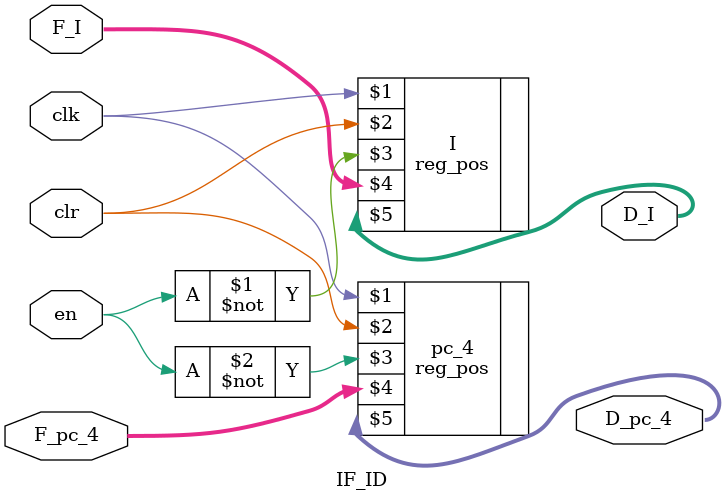
<source format=v>
module IF_ID(
	input clk,en,clr,
	input [31:0] F_I,F_pc_4,
	output [31:0] D_I,D_pc_4 
	);
	
	reg_pos I(clk,clr,~en,F_I,D_I);
	reg_pos pc_4(clk,clr,~en,F_pc_4,D_pc_4);

endmodule


</source>
